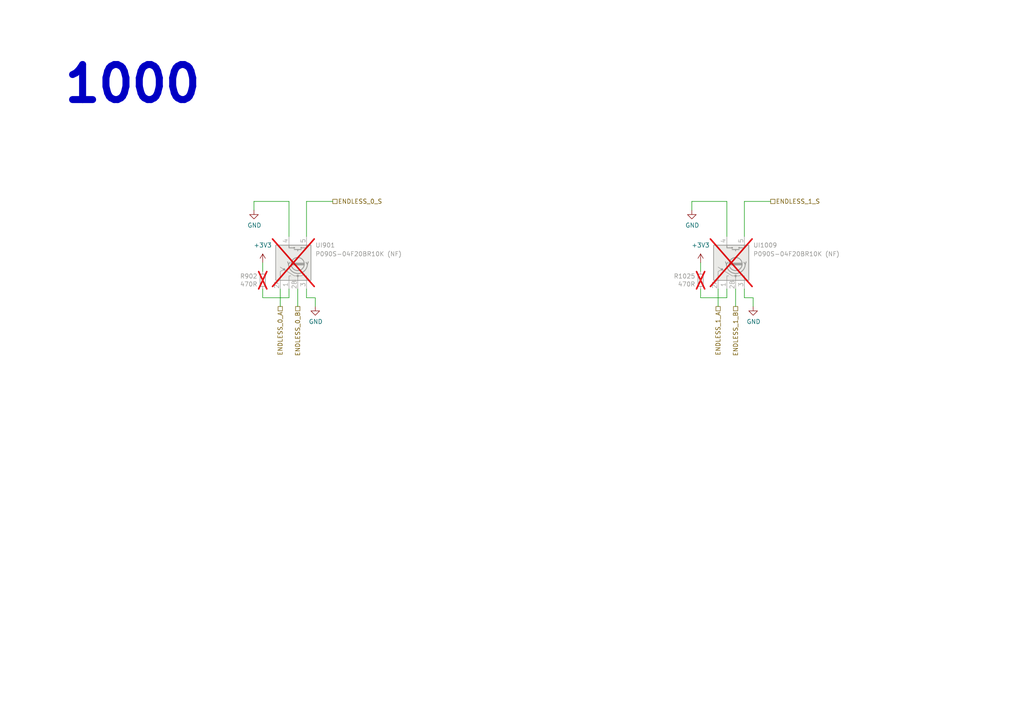
<source format=kicad_sch>
(kicad_sch (version 20250114) (generator "eeschema") (generator_version "9.0")
  (paper "A4")
  (lib_symbols
    (symbol "+3V3_1" (power) (pin_names (offset 0))
      (property "Value" "+3V3" (at 0 3.556 0))
      (symbol "+3V3_1_0_1"
        (polyline (pts (xy -0.762 1.27) (xy 0 2.54)))
        (polyline (pts (xy 0 2.54) (xy 0.762 1.27)))
        (polyline (pts (xy 0 0) (xy 0 2.54)))
      )
      (symbol "+3V3_1_1_1"
        (pin power_in line (at 0 0 90) (length 0) (hide yes) (name "+3V3") (number "1"))
      )
    )
    (symbol "GND_1" (power) (pin_names (offset 0))
      (property "Value" "GND" (at 0 -3.81 0))
      (symbol "GND_1_0_1"
        (polyline (pts (xy 0 0) (xy 0 -1.27) (xy 1.27 -1.27) (xy 0 -2.54) (xy -1.27 -1.27) (xy 0 -1.27)))
      )
      (symbol "GND_1_1_1"
        (pin power_in line (at 0 0 270) (length 0) (hide yes) (name "GND") (number "1"))
      )
    )
    (symbol "GND_2" (power) (pin_names (offset 0))
      (property "Value" "GND" (at 0 -3.81 0))
      (symbol "GND_2_0_1"
        (polyline (pts (xy 0 0) (xy 0 -1.27) (xy 1.27 -1.27) (xy 0 -2.54) (xy -1.27 -1.27) (xy 0 -1.27)))
      )
      (symbol "GND_2_1_1"
        (pin power_in line (at 0 0 270) (length 0) (hide yes) (name "GND") (number "1"))
      )
    )
    (symbol "GND_3" (power) (pin_names (offset 0))
      (property "Value" "GND" (at 0 -3.81 0))
      (symbol "GND_3_0_1"
        (polyline (pts (xy 0 0) (xy 0 -1.27) (xy 1.27 -1.27) (xy 0 -2.54) (xy -1.27 -1.27) (xy 0 -1.27)))
      )
      (symbol "GND_3_1_1"
        (pin power_in line (at 0 0 270) (length 0) (hide yes) (name "GND") (number "1"))
      )
    )
    (symbol "RES_1" (pin_numbers (hide yes)) (pin_names (offset 0.254) (hide yes))
      (property "Reference" "R" (at 0.762 0.508 0))
      (symbol "RES_1_1_1"
        (rectangle (start -0.762 1.778) (end 0.762 -1.778) (stroke (width 0.2032)))
        (pin passive line (at 0 2.54 270) (length 0.762) (name "~") (number "1"))
        (pin passive line (at 0 -2.54 90) (length 0.762) (name "~") (number "2"))
      )
    )
    (symbol "power:+3V3" (power) (pin_names (offset 0))
      (property "Value" "+3V3" (at 0 3.556 0))
      (symbol "+3V3_0_1"
        (polyline (pts (xy -0.762 1.27) (xy 0 2.54)))
        (polyline (pts (xy 0 2.54) (xy 0.762 1.27)))
        (polyline (pts (xy 0 0) (xy 0 2.54)))
      )
      (symbol "+3V3_1_1"
        (pin power_in line (at 0 0 90) (length 0) (hide yes) (name "+3V3") (number "1"))
      )
    )
    (symbol "power:GND" (power) (pin_names (offset 0))
      (property "Value" "GND" (at 0 -3.81 0))
      (symbol "GND_0_1"
        (polyline (pts (xy 0 0) (xy 0 -1.27) (xy 1.27 -1.27) (xy 0 -2.54) (xy -1.27 -1.27) (xy 0 -1.27)))
      )
      (symbol "GND_1_1"
        (pin power_in line (at 0 0 270) (length 0) (hide yes) (name "GND") (number "1"))
      )
    )
    (symbol "suku_basics:RES" (pin_numbers (hide yes)) (pin_names (offset 0.254) (hide yes))
      (property "Reference" "R" (at 0.762 0.508 0))
      (symbol "RES_1_1"
        (rectangle (start -0.762 1.778) (end 0.762 -1.778) (stroke (width 0.2032)))
        (pin passive line (at 0 2.54 270) (length 0.762) (name "~") (number "1"))
        (pin passive line (at 0 -2.54 90) (length 0.762) (name "~") (number "2"))
      )
    )
    (symbol "suku_basics:UI_Endless_Potentiometer_Switch" (pin_names (offset 0.254) (hide yes))
      (property "Reference" "UI" (at -3.81 7.62 0))
      (property "Value" "UI_Endless_Potentiometer_Switch" (at 0 -7.62 0))
      (symbol "UI_Endless_Potentiometer_Switch_0_1"
        (rectangle (start -5.08 6.35) (end 5.08 -3.81) (stroke (width 0.254)) (fill (type background)))
        (polyline (pts (xy -5.08 5.08) (xy -4.572 5.08) (xy -2.54 5.08) (xy -1.9304 3.9624)))
        (polyline (pts (xy -5.08 2.54) (xy -3.81 2.54) (xy -3.81 2.032)))
        (polyline (pts (xy -5.08 0) (xy -3.81 0) (xy -3.81 -1.016) (xy -3.302 -2.032)))
        (polyline (pts (xy -5.08 -2.54) (xy -3.81 -2.54) (xy -3.81 -2.032)))
        (polyline (pts (xy -4.318 0) (xy -3.81 0) (xy -3.81 1.016) (xy -1.27 5.08)))
        (circle (center -3.81 0) (radius 0.254) (fill (type outline)))
        (circle (center -1.9304 3.9624) (radius 0.254) (fill (type outline)))
        (polyline (pts (xy -0.635 -1.778) (xy -0.635 1.778)) (stroke (width 0.254)))
        (circle (center -0.381 0) (radius 1.905) (stroke (width 0.254)))
        (polyline (pts (xy -0.381 -1.778) (xy -0.381 1.778)) (stroke (width 0.254)))
        (arc (start -0.381 -2.794) (mid -3.0988 -0.0635) (end -0.381 2.667) (stroke (width 0.254)))
        (polyline (pts (xy -0.127 1.778) (xy -0.127 -1.778)) (stroke (width 0.254)))
        (polyline (pts (xy 0.254 2.921) (xy -0.508 2.667) (xy 0.127 2.286)) (stroke (width 0.254)))
        (polyline (pts (xy 0.254 -3.048) (xy -0.508 -2.794) (xy 0.127 -2.413)) (stroke (width 0.254)))
        (polyline (pts (xy 3.81 1.016) (xy 3.81 -1.016)) (stroke (width 0.254)))
        (polyline (pts (xy 3.81 0) (xy 3.429 0)) (stroke (width 0.254)))
        (circle (center 4.318 1.016) (radius 0.127) (stroke (width 0.254)))
        (circle (center 4.318 -1.016) (radius 0.127) (stroke (width 0.254)))
        (polyline (pts (xy 5.08 2.54) (xy 4.318 2.54) (xy 4.318 1.016)) (stroke (width 0.254)))
        (polyline (pts (xy 5.08 -2.54) (xy 4.318 -2.54) (xy 4.318 -1.016)) (stroke (width 0.254)))
      )
      (symbol "UI_Endless_Potentiometer_Switch_1_1"
        (pin passive line (at -7.62 5.08 0) (length 2.54) (name "2A") (number "2A"))
        (pin passive line (at -7.62 2.54 0) (length 2.54) (name "1") (number "1"))
        (pin passive line (at -7.62 0 0) (length 2.54) (name "2B") (number "2B"))
        (pin passive line (at -7.62 -2.54 0) (length 2.54) (name "3") (number "3"))
        (pin no_connect line (at 0 7.62 270) (length 2.54) (hide yes) (name "7") (number "7"))
        (pin no_connect line (at 0 -5.08 90) (length 2.54) (hide yes) (name "6") (number "6"))
        (pin passive line (at 7.62 2.54 180) (length 2.54) (name "4") (number "4"))
        (pin passive line (at 7.62 -2.54 180) (length 2.54) (name "5") (number "5"))
      )
    )
  )
  (text "1000" (at 17.78 30.48 0) (effects (font (size 10.16 10.16) (thickness 2.032) (bold yes)) (justify left bottom)))
  (wire (pts (xy 203.2 76.2) (xy 203.2 78.74)))
  (wire (pts (xy 76.2 83.82) (xy 76.2 86.36)))
  (wire (pts (xy 208.28 83.82) (xy 208.28 88.9)))
  (wire (pts (xy 91.44 88.9) (xy 91.44 86.36)))
  (wire (pts (xy 200.66 58.42) (xy 210.82 58.42)))
  (wire (pts (xy 88.9 86.36) (xy 88.9 83.82)))
  (wire (pts (xy 91.44 86.36) (xy 88.9 86.36)))
  (wire (pts (xy 203.2 83.82) (xy 203.2 86.36)))
  (wire (pts (xy 76.2 76.2) (xy 76.2 78.74)))
  (wire (pts (xy 86.36 88.9) (xy 86.36 83.82)))
  (wire (pts (xy 83.82 86.36) (xy 83.82 83.82)))
  (wire (pts (xy 213.36 88.9) (xy 213.36 83.82)))
  (wire (pts (xy 83.82 58.42) (xy 83.82 68.58)))
  (wire (pts (xy 210.82 86.36) (xy 210.82 83.82)))
  (wire (pts (xy 215.9 86.36) (xy 215.9 83.82)))
  (wire (pts (xy 203.2 86.36) (xy 210.82 86.36)))
  (wire (pts (xy 73.66 58.42) (xy 83.82 58.42)))
  (wire (pts (xy 73.66 60.96) (xy 73.66 58.42)))
  (wire (pts (xy 81.28 83.82) (xy 81.28 88.9)))
  (wire (pts (xy 200.66 60.96) (xy 200.66 58.42)))
  (wire (pts (xy 210.82 58.42) (xy 210.82 68.58)))
  (wire (pts (xy 223.52 58.42) (xy 215.9 58.42)))
  (wire (pts (xy 76.2 86.36) (xy 83.82 86.36)))
  (wire (pts (xy 218.44 88.9) (xy 218.44 86.36)))
  (wire (pts (xy 215.9 58.42) (xy 215.9 68.58)))
  (wire (pts (xy 88.9 58.42) (xy 88.9 68.58)))
  (wire (pts (xy 218.44 86.36) (xy 215.9 86.36)))
  (wire (pts (xy 96.52 58.42) (xy 88.9 58.42)))
  (hierarchical_label "ENDLESS_1_A" (shape passive) (at 208.28 88.9 270))
  (hierarchical_label "ENDLESS_1_S" (shape passive) (at 223.52 58.42 0))
  (hierarchical_label "ENDLESS_1_B" (shape passive) (at 213.36 88.9 270))
  (hierarchical_label "ENDLESS_0_A" (shape passive) (at 81.28 88.9 270))
  (hierarchical_label "ENDLESS_0_B" (shape passive) (at 86.36 88.9 270))
  (hierarchical_label "ENDLESS_0_S" (shape passive) (at 96.52 58.42 0))
  (symbol (lib_id "suku_basics:UI_Endless_Potentiometer_Switch") (at 213.36 76.2 90) (unit 1) (in_bom no) (on_board no) (dnp yes)
    (property "Reference" "UI1009" (at 218.44 71.12 90) (effects (justify right)))
    (property "Value" "P090S-04F20BR10K (NF)" (at 218.44 73.66 90) (effects (justify right)))
    (property "Footprint" "suku_basics:UI_ENDLESSPOTSW_ALPHA" (effects (hide yes)))
  )
  (symbol (lib_name "GND_3") (lib_id "power:GND") (at 218.44 88.9 0) (unit 1)
    (property "Reference" "#PWR01045" (effects (hide yes)))
    (property "Value" "GND" (at 218.567 93.2942 0))
  )
  (symbol (lib_id "power:GND") (at 73.66 60.96 0) (unit 1)
    (property "Reference" "#PWR0956" (effects (hide yes)))
    (property "Value" "GND" (at 73.787 65.3542 0))
  )
  (symbol (lib_id "suku_basics:RES") (at 203.2 81.28 0) (mirror y) (unit 1) (in_bom no) (on_board no) (dnp yes)
    (property "Reference" "R1025" (at 201.7014 80.1116 0) (effects (justify left)))
    (property "Value" "470R" (at 201.7014 82.423 0) (effects (justify left)))
    (property "Footprint" "suku_basics:RES_0402" (effects (hide yes)))
  )
  (symbol (lib_name "+3V3_1") (lib_id "power:+3V3") (at 76.2 76.2 0) (unit 1)
    (property "Reference" "#PWR0957" (effects (hide yes)))
    (property "Value" "+3V3" (at 76.2 71.12 0))
  )
  (symbol (lib_name "RES_1") (lib_id "suku_basics:RES") (at 76.2 81.28 0) (mirror y) (unit 1) (in_bom no) (on_board no) (dnp yes)
    (property "Reference" "R902" (at 74.7014 80.1116 0) (effects (justify left)))
    (property "Value" "470R" (at 74.7014 82.423 0) (effects (justify left)))
    (property "Footprint" "suku_basics:RES_0402" (effects (hide yes)))
  )
  (symbol (lib_id "power:+3V3") (at 203.2 76.2 0) (unit 1)
    (property "Reference" "#PWR01041" (effects (hide yes)))
    (property "Value" "+3V3" (at 203.2 71.12 0))
  )
  (symbol (lib_name "GND_2") (lib_id "power:GND") (at 200.66 60.96 0) (unit 1)
    (property "Reference" "#PWR0958" (effects (hide yes)))
    (property "Value" "GND" (at 200.787 65.3542 0))
  )
  (symbol (lib_id "suku_basics:UI_Endless_Potentiometer_Switch") (at 86.36 76.2 90) (unit 1) (in_bom no) (on_board no) (dnp yes)
    (property "Reference" "UI901" (at 91.44 71.12 90) (effects (justify right)))
    (property "Value" "P090S-04F20BR10K (NF)" (at 91.44 73.66 90) (effects (justify right)))
    (property "Footprint" "suku_basics:UI_ENDLESSPOTSW_ALPHA" (effects (hide yes)))
  )
  (symbol (lib_name "GND_1") (lib_id "power:GND") (at 91.44 88.9 0) (unit 1)
    (property "Reference" "#PWR0959" (effects (hide yes)))
    (property "Value" "GND" (at 91.567 93.2942 0))
  )
)
</source>
